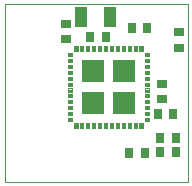
<source format=gbp>
G75*
%MOIN*%
%OFA0B0*%
%FSLAX25Y25*%
%IPPOS*%
%LPD*%
%AMOC8*
5,1,8,0,0,1.08239X$1,22.5*
%
%ADD10C,0.00000*%
%ADD11R,0.07520X0.07520*%
%ADD12C,0.00344*%
%ADD13R,0.02756X0.03543*%
%ADD14R,0.03937X0.06693*%
%ADD15R,0.03543X0.02756*%
D10*
X0034486Y0027830D02*
X0034486Y0086885D01*
X0095509Y0086885D01*
X0095509Y0027830D01*
X0034486Y0027830D01*
D11*
X0063817Y0054011D03*
X0074446Y0054011D03*
X0074446Y0064641D03*
X0063817Y0064641D03*
D12*
X0064727Y0071466D02*
X0064727Y0072894D01*
X0064727Y0071466D02*
X0063693Y0071466D01*
X0063693Y0072894D01*
X0064727Y0072894D01*
X0064727Y0071809D02*
X0063693Y0071809D01*
X0063693Y0072152D02*
X0064727Y0072152D01*
X0064727Y0072495D02*
X0063693Y0072495D01*
X0063693Y0072838D02*
X0064727Y0072838D01*
X0066696Y0072894D02*
X0066696Y0071466D01*
X0065662Y0071466D01*
X0065662Y0072894D01*
X0066696Y0072894D01*
X0066696Y0071809D02*
X0065662Y0071809D01*
X0065662Y0072152D02*
X0066696Y0072152D01*
X0066696Y0072495D02*
X0065662Y0072495D01*
X0065662Y0072838D02*
X0066696Y0072838D01*
X0068664Y0072894D02*
X0068664Y0071466D01*
X0067630Y0071466D01*
X0067630Y0072894D01*
X0068664Y0072894D01*
X0068664Y0071809D02*
X0067630Y0071809D01*
X0067630Y0072152D02*
X0068664Y0072152D01*
X0068664Y0072495D02*
X0067630Y0072495D01*
X0067630Y0072838D02*
X0068664Y0072838D01*
X0070633Y0072894D02*
X0070633Y0071466D01*
X0069599Y0071466D01*
X0069599Y0072894D01*
X0070633Y0072894D01*
X0070633Y0071809D02*
X0069599Y0071809D01*
X0069599Y0072152D02*
X0070633Y0072152D01*
X0070633Y0072495D02*
X0069599Y0072495D01*
X0069599Y0072838D02*
X0070633Y0072838D01*
X0072601Y0072894D02*
X0072601Y0071466D01*
X0071567Y0071466D01*
X0071567Y0072894D01*
X0072601Y0072894D01*
X0072601Y0071809D02*
X0071567Y0071809D01*
X0071567Y0072152D02*
X0072601Y0072152D01*
X0072601Y0072495D02*
X0071567Y0072495D01*
X0071567Y0072838D02*
X0072601Y0072838D01*
X0074570Y0072894D02*
X0074570Y0071466D01*
X0073536Y0071466D01*
X0073536Y0072894D01*
X0074570Y0072894D01*
X0074570Y0071809D02*
X0073536Y0071809D01*
X0073536Y0072152D02*
X0074570Y0072152D01*
X0074570Y0072495D02*
X0073536Y0072495D01*
X0073536Y0072838D02*
X0074570Y0072838D01*
X0076538Y0072894D02*
X0076538Y0071466D01*
X0075504Y0071466D01*
X0075504Y0072894D01*
X0076538Y0072894D01*
X0076538Y0071809D02*
X0075504Y0071809D01*
X0075504Y0072152D02*
X0076538Y0072152D01*
X0076538Y0072495D02*
X0075504Y0072495D01*
X0075504Y0072838D02*
X0076538Y0072838D01*
X0078507Y0072894D02*
X0078507Y0071466D01*
X0077473Y0071466D01*
X0077473Y0072894D01*
X0078507Y0072894D01*
X0078507Y0071809D02*
X0077473Y0071809D01*
X0077473Y0072152D02*
X0078507Y0072152D01*
X0078507Y0072495D02*
X0077473Y0072495D01*
X0077473Y0072838D02*
X0078507Y0072838D01*
X0080475Y0072894D02*
X0080475Y0071466D01*
X0079441Y0071466D01*
X0079441Y0072894D01*
X0080475Y0072894D01*
X0080475Y0071809D02*
X0079441Y0071809D01*
X0079441Y0072152D02*
X0080475Y0072152D01*
X0080475Y0072495D02*
X0079441Y0072495D01*
X0079441Y0072838D02*
X0080475Y0072838D01*
X0081272Y0069636D02*
X0082700Y0069636D01*
X0081272Y0069636D02*
X0081272Y0070670D01*
X0082700Y0070670D01*
X0082700Y0069636D01*
X0082700Y0069979D02*
X0081272Y0069979D01*
X0081272Y0070322D02*
X0082700Y0070322D01*
X0082700Y0070665D02*
X0081272Y0070665D01*
X0081272Y0067667D02*
X0082700Y0067667D01*
X0081272Y0067667D02*
X0081272Y0068701D01*
X0082700Y0068701D01*
X0082700Y0067667D01*
X0082700Y0068010D02*
X0081272Y0068010D01*
X0081272Y0068353D02*
X0082700Y0068353D01*
X0082700Y0068696D02*
X0081272Y0068696D01*
X0081272Y0065699D02*
X0082700Y0065699D01*
X0081272Y0065699D02*
X0081272Y0066733D01*
X0082700Y0066733D01*
X0082700Y0065699D01*
X0082700Y0066042D02*
X0081272Y0066042D01*
X0081272Y0066385D02*
X0082700Y0066385D01*
X0082700Y0066728D02*
X0081272Y0066728D01*
X0081272Y0063730D02*
X0082700Y0063730D01*
X0081272Y0063730D02*
X0081272Y0064764D01*
X0082700Y0064764D01*
X0082700Y0063730D01*
X0082700Y0064073D02*
X0081272Y0064073D01*
X0081272Y0064416D02*
X0082700Y0064416D01*
X0082700Y0064759D02*
X0081272Y0064759D01*
X0081272Y0061762D02*
X0082700Y0061762D01*
X0081272Y0061762D02*
X0081272Y0062796D01*
X0082700Y0062796D01*
X0082700Y0061762D01*
X0082700Y0062105D02*
X0081272Y0062105D01*
X0081272Y0062448D02*
X0082700Y0062448D01*
X0082700Y0062791D02*
X0081272Y0062791D01*
X0081272Y0059793D02*
X0082700Y0059793D01*
X0081272Y0059793D02*
X0081272Y0060827D01*
X0082700Y0060827D01*
X0082700Y0059793D01*
X0082700Y0060136D02*
X0081272Y0060136D01*
X0081272Y0060479D02*
X0082700Y0060479D01*
X0082700Y0060822D02*
X0081272Y0060822D01*
X0081272Y0057825D02*
X0082700Y0057825D01*
X0081272Y0057825D02*
X0081272Y0058859D01*
X0082700Y0058859D01*
X0082700Y0057825D01*
X0082700Y0058168D02*
X0081272Y0058168D01*
X0081272Y0058511D02*
X0082700Y0058511D01*
X0082700Y0058854D02*
X0081272Y0058854D01*
X0081272Y0055856D02*
X0082700Y0055856D01*
X0081272Y0055856D02*
X0081272Y0056890D01*
X0082700Y0056890D01*
X0082700Y0055856D01*
X0082700Y0056199D02*
X0081272Y0056199D01*
X0081272Y0056542D02*
X0082700Y0056542D01*
X0082700Y0056885D02*
X0081272Y0056885D01*
X0081272Y0053888D02*
X0082700Y0053888D01*
X0081272Y0053888D02*
X0081272Y0054922D01*
X0082700Y0054922D01*
X0082700Y0053888D01*
X0082700Y0054231D02*
X0081272Y0054231D01*
X0081272Y0054574D02*
X0082700Y0054574D01*
X0082700Y0054917D02*
X0081272Y0054917D01*
X0081272Y0051919D02*
X0082700Y0051919D01*
X0081272Y0051919D02*
X0081272Y0052953D01*
X0082700Y0052953D01*
X0082700Y0051919D01*
X0082700Y0052262D02*
X0081272Y0052262D01*
X0081272Y0052605D02*
X0082700Y0052605D01*
X0082700Y0052948D02*
X0081272Y0052948D01*
X0081272Y0049951D02*
X0082700Y0049951D01*
X0081272Y0049951D02*
X0081272Y0050985D01*
X0082700Y0050985D01*
X0082700Y0049951D01*
X0082700Y0050294D02*
X0081272Y0050294D01*
X0081272Y0050637D02*
X0082700Y0050637D01*
X0082700Y0050980D02*
X0081272Y0050980D01*
X0081272Y0047982D02*
X0082700Y0047982D01*
X0081272Y0047982D02*
X0081272Y0049016D01*
X0082700Y0049016D01*
X0082700Y0047982D01*
X0082700Y0048325D02*
X0081272Y0048325D01*
X0081272Y0048668D02*
X0082700Y0048668D01*
X0082700Y0049011D02*
X0081272Y0049011D01*
X0079441Y0047186D02*
X0079441Y0045758D01*
X0079441Y0047186D02*
X0080475Y0047186D01*
X0080475Y0045758D01*
X0079441Y0045758D01*
X0079441Y0046101D02*
X0080475Y0046101D01*
X0080475Y0046444D02*
X0079441Y0046444D01*
X0079441Y0046787D02*
X0080475Y0046787D01*
X0080475Y0047130D02*
X0079441Y0047130D01*
X0077473Y0047186D02*
X0077473Y0045758D01*
X0077473Y0047186D02*
X0078507Y0047186D01*
X0078507Y0045758D01*
X0077473Y0045758D01*
X0077473Y0046101D02*
X0078507Y0046101D01*
X0078507Y0046444D02*
X0077473Y0046444D01*
X0077473Y0046787D02*
X0078507Y0046787D01*
X0078507Y0047130D02*
X0077473Y0047130D01*
X0075504Y0047186D02*
X0075504Y0045758D01*
X0075504Y0047186D02*
X0076538Y0047186D01*
X0076538Y0045758D01*
X0075504Y0045758D01*
X0075504Y0046101D02*
X0076538Y0046101D01*
X0076538Y0046444D02*
X0075504Y0046444D01*
X0075504Y0046787D02*
X0076538Y0046787D01*
X0076538Y0047130D02*
X0075504Y0047130D01*
X0073536Y0047186D02*
X0073536Y0045758D01*
X0073536Y0047186D02*
X0074570Y0047186D01*
X0074570Y0045758D01*
X0073536Y0045758D01*
X0073536Y0046101D02*
X0074570Y0046101D01*
X0074570Y0046444D02*
X0073536Y0046444D01*
X0073536Y0046787D02*
X0074570Y0046787D01*
X0074570Y0047130D02*
X0073536Y0047130D01*
X0071567Y0047186D02*
X0071567Y0045758D01*
X0071567Y0047186D02*
X0072601Y0047186D01*
X0072601Y0045758D01*
X0071567Y0045758D01*
X0071567Y0046101D02*
X0072601Y0046101D01*
X0072601Y0046444D02*
X0071567Y0046444D01*
X0071567Y0046787D02*
X0072601Y0046787D01*
X0072601Y0047130D02*
X0071567Y0047130D01*
X0069599Y0047186D02*
X0069599Y0045758D01*
X0069599Y0047186D02*
X0070633Y0047186D01*
X0070633Y0045758D01*
X0069599Y0045758D01*
X0069599Y0046101D02*
X0070633Y0046101D01*
X0070633Y0046444D02*
X0069599Y0046444D01*
X0069599Y0046787D02*
X0070633Y0046787D01*
X0070633Y0047130D02*
X0069599Y0047130D01*
X0067630Y0047186D02*
X0067630Y0045758D01*
X0067630Y0047186D02*
X0068664Y0047186D01*
X0068664Y0045758D01*
X0067630Y0045758D01*
X0067630Y0046101D02*
X0068664Y0046101D01*
X0068664Y0046444D02*
X0067630Y0046444D01*
X0067630Y0046787D02*
X0068664Y0046787D01*
X0068664Y0047130D02*
X0067630Y0047130D01*
X0065662Y0047186D02*
X0065662Y0045758D01*
X0065662Y0047186D02*
X0066696Y0047186D01*
X0066696Y0045758D01*
X0065662Y0045758D01*
X0065662Y0046101D02*
X0066696Y0046101D01*
X0066696Y0046444D02*
X0065662Y0046444D01*
X0065662Y0046787D02*
X0066696Y0046787D01*
X0066696Y0047130D02*
X0065662Y0047130D01*
X0063693Y0047186D02*
X0063693Y0045758D01*
X0063693Y0047186D02*
X0064727Y0047186D01*
X0064727Y0045758D01*
X0063693Y0045758D01*
X0063693Y0046101D02*
X0064727Y0046101D01*
X0064727Y0046444D02*
X0063693Y0046444D01*
X0063693Y0046787D02*
X0064727Y0046787D01*
X0064727Y0047130D02*
X0063693Y0047130D01*
X0061725Y0047186D02*
X0061725Y0045758D01*
X0061725Y0047186D02*
X0062759Y0047186D01*
X0062759Y0045758D01*
X0061725Y0045758D01*
X0061725Y0046101D02*
X0062759Y0046101D01*
X0062759Y0046444D02*
X0061725Y0046444D01*
X0061725Y0046787D02*
X0062759Y0046787D01*
X0062759Y0047130D02*
X0061725Y0047130D01*
X0059756Y0047186D02*
X0059756Y0045758D01*
X0059756Y0047186D02*
X0060790Y0047186D01*
X0060790Y0045758D01*
X0059756Y0045758D01*
X0059756Y0046101D02*
X0060790Y0046101D01*
X0060790Y0046444D02*
X0059756Y0046444D01*
X0059756Y0046787D02*
X0060790Y0046787D01*
X0060790Y0047130D02*
X0059756Y0047130D01*
X0057788Y0047186D02*
X0057788Y0045758D01*
X0057788Y0047186D02*
X0058822Y0047186D01*
X0058822Y0045758D01*
X0057788Y0045758D01*
X0057788Y0046101D02*
X0058822Y0046101D01*
X0058822Y0046444D02*
X0057788Y0046444D01*
X0057788Y0046787D02*
X0058822Y0046787D01*
X0058822Y0047130D02*
X0057788Y0047130D01*
X0056991Y0049016D02*
X0055563Y0049016D01*
X0056991Y0049016D02*
X0056991Y0047982D01*
X0055563Y0047982D01*
X0055563Y0049016D01*
X0055563Y0048325D02*
X0056991Y0048325D01*
X0056991Y0048668D02*
X0055563Y0048668D01*
X0055563Y0049011D02*
X0056991Y0049011D01*
X0056991Y0050985D02*
X0055563Y0050985D01*
X0056991Y0050985D02*
X0056991Y0049951D01*
X0055563Y0049951D01*
X0055563Y0050985D01*
X0055563Y0050294D02*
X0056991Y0050294D01*
X0056991Y0050637D02*
X0055563Y0050637D01*
X0055563Y0050980D02*
X0056991Y0050980D01*
X0056991Y0052953D02*
X0055563Y0052953D01*
X0056991Y0052953D02*
X0056991Y0051919D01*
X0055563Y0051919D01*
X0055563Y0052953D01*
X0055563Y0052262D02*
X0056991Y0052262D01*
X0056991Y0052605D02*
X0055563Y0052605D01*
X0055563Y0052948D02*
X0056991Y0052948D01*
X0056991Y0054922D02*
X0055563Y0054922D01*
X0056991Y0054922D02*
X0056991Y0053888D01*
X0055563Y0053888D01*
X0055563Y0054922D01*
X0055563Y0054231D02*
X0056991Y0054231D01*
X0056991Y0054574D02*
X0055563Y0054574D01*
X0055563Y0054917D02*
X0056991Y0054917D01*
X0056991Y0056890D02*
X0055563Y0056890D01*
X0056991Y0056890D02*
X0056991Y0055856D01*
X0055563Y0055856D01*
X0055563Y0056890D01*
X0055563Y0056199D02*
X0056991Y0056199D01*
X0056991Y0056542D02*
X0055563Y0056542D01*
X0055563Y0056885D02*
X0056991Y0056885D01*
X0056991Y0058859D02*
X0055563Y0058859D01*
X0056991Y0058859D02*
X0056991Y0057825D01*
X0055563Y0057825D01*
X0055563Y0058859D01*
X0055563Y0058168D02*
X0056991Y0058168D01*
X0056991Y0058511D02*
X0055563Y0058511D01*
X0055563Y0058854D02*
X0056991Y0058854D01*
X0056991Y0060827D02*
X0055563Y0060827D01*
X0056991Y0060827D02*
X0056991Y0059793D01*
X0055563Y0059793D01*
X0055563Y0060827D01*
X0055563Y0060136D02*
X0056991Y0060136D01*
X0056991Y0060479D02*
X0055563Y0060479D01*
X0055563Y0060822D02*
X0056991Y0060822D01*
X0056991Y0062796D02*
X0055563Y0062796D01*
X0056991Y0062796D02*
X0056991Y0061762D01*
X0055563Y0061762D01*
X0055563Y0062796D01*
X0055563Y0062105D02*
X0056991Y0062105D01*
X0056991Y0062448D02*
X0055563Y0062448D01*
X0055563Y0062791D02*
X0056991Y0062791D01*
X0056991Y0064764D02*
X0055563Y0064764D01*
X0056991Y0064764D02*
X0056991Y0063730D01*
X0055563Y0063730D01*
X0055563Y0064764D01*
X0055563Y0064073D02*
X0056991Y0064073D01*
X0056991Y0064416D02*
X0055563Y0064416D01*
X0055563Y0064759D02*
X0056991Y0064759D01*
X0056991Y0066733D02*
X0055563Y0066733D01*
X0056991Y0066733D02*
X0056991Y0065699D01*
X0055563Y0065699D01*
X0055563Y0066733D01*
X0055563Y0066042D02*
X0056991Y0066042D01*
X0056991Y0066385D02*
X0055563Y0066385D01*
X0055563Y0066728D02*
X0056991Y0066728D01*
X0056991Y0068701D02*
X0055563Y0068701D01*
X0056991Y0068701D02*
X0056991Y0067667D01*
X0055563Y0067667D01*
X0055563Y0068701D01*
X0055563Y0068010D02*
X0056991Y0068010D01*
X0056991Y0068353D02*
X0055563Y0068353D01*
X0055563Y0068696D02*
X0056991Y0068696D01*
X0056991Y0070670D02*
X0055563Y0070670D01*
X0056991Y0070670D02*
X0056991Y0069636D01*
X0055563Y0069636D01*
X0055563Y0070670D01*
X0055563Y0069979D02*
X0056991Y0069979D01*
X0056991Y0070322D02*
X0055563Y0070322D01*
X0055563Y0070665D02*
X0056991Y0070665D01*
X0058822Y0071466D02*
X0058822Y0072894D01*
X0058822Y0071466D02*
X0057788Y0071466D01*
X0057788Y0072894D01*
X0058822Y0072894D01*
X0058822Y0071809D02*
X0057788Y0071809D01*
X0057788Y0072152D02*
X0058822Y0072152D01*
X0058822Y0072495D02*
X0057788Y0072495D01*
X0057788Y0072838D02*
X0058822Y0072838D01*
X0060790Y0072894D02*
X0060790Y0071466D01*
X0059756Y0071466D01*
X0059756Y0072894D01*
X0060790Y0072894D01*
X0060790Y0071809D02*
X0059756Y0071809D01*
X0059756Y0072152D02*
X0060790Y0072152D01*
X0060790Y0072495D02*
X0059756Y0072495D01*
X0059756Y0072838D02*
X0060790Y0072838D01*
X0062759Y0072894D02*
X0062759Y0071466D01*
X0061725Y0071466D01*
X0061725Y0072894D01*
X0062759Y0072894D01*
X0062759Y0071809D02*
X0061725Y0071809D01*
X0061725Y0072152D02*
X0062759Y0072152D01*
X0062759Y0072495D02*
X0061725Y0072495D01*
X0061725Y0072838D02*
X0062759Y0072838D01*
D13*
X0063029Y0075861D03*
X0068147Y0075861D03*
X0076809Y0079011D03*
X0081927Y0079011D03*
X0085470Y0050468D03*
X0090588Y0050468D03*
X0091572Y0042200D03*
X0091572Y0037712D03*
X0086454Y0037712D03*
X0086454Y0042200D03*
X0081139Y0037279D03*
X0076021Y0037279D03*
D14*
X0069722Y0082751D03*
X0059880Y0082751D03*
D15*
X0054958Y0080389D03*
X0054958Y0075271D03*
X0086848Y0060310D03*
X0086848Y0055192D03*
X0092754Y0072515D03*
X0092754Y0077633D03*
M02*

</source>
